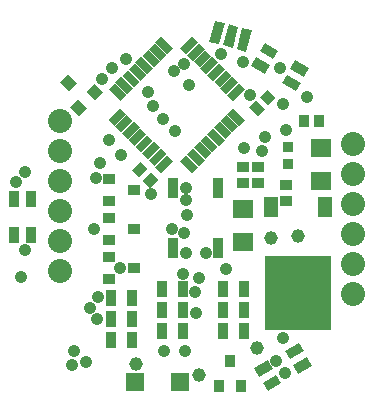
<source format=gts>
G75*
G70*
%OFA0B0*%
%FSLAX24Y24*%
%IPPOS*%
%LPD*%
%AMOC8*
5,1,8,0,0,1.08239X$1,22.5*
%
%ADD10C,0.0800*%
%ADD11R,0.0414X0.0336*%
%ADD12R,0.0360X0.0660*%
%ADD13R,0.0336X0.0414*%
%ADD14R,0.0336X0.0729*%
%ADD15R,0.0560X0.0280*%
%ADD16R,0.0280X0.0560*%
%ADD17R,0.0336X0.0532*%
%ADD18R,0.2186X0.2501*%
%ADD19R,0.0454X0.0690*%
%ADD20R,0.0690X0.0611*%
%ADD21R,0.0375X0.0375*%
%ADD22R,0.0375X0.0532*%
%ADD23R,0.0375X0.0414*%
%ADD24R,0.0611X0.0611*%
%ADD25R,0.0414X0.0375*%
%ADD26C,0.0417*%
%ADD27C,0.0456*%
D10*
X003059Y005809D03*
X003059Y006809D03*
X003059Y007809D03*
X003059Y008809D03*
X003059Y009809D03*
X003059Y010809D03*
X012834Y010034D03*
X012834Y009034D03*
X012834Y008034D03*
X012834Y007034D03*
X012834Y006034D03*
X012834Y005034D03*
D11*
X010609Y008153D03*
X010609Y008665D03*
X009659Y008753D03*
X009159Y008753D03*
X009159Y009265D03*
X009659Y009265D03*
D12*
X008333Y008583D03*
X006833Y008583D03*
X006833Y006583D03*
X008333Y006583D03*
D13*
G36*
X006117Y009093D02*
X006355Y008855D01*
X006063Y008563D01*
X005825Y008801D01*
X006117Y009093D01*
G37*
G36*
X005755Y009455D02*
X005993Y009217D01*
X005701Y008925D01*
X005463Y009163D01*
X005755Y009455D01*
G37*
G36*
X009893Y011201D02*
X009655Y010963D01*
X009363Y011255D01*
X009601Y011493D01*
X009893Y011201D01*
G37*
G36*
X010255Y011563D02*
X010017Y011325D01*
X009725Y011617D01*
X009963Y011855D01*
X010255Y011563D01*
G37*
X011203Y010809D03*
X011715Y010809D03*
D14*
G36*
X009283Y013122D02*
X008959Y013209D01*
X009147Y013912D01*
X009471Y013825D01*
X009283Y013122D01*
G37*
G36*
X008827Y013244D02*
X008503Y013331D01*
X008691Y014034D01*
X009015Y013947D01*
X008827Y013244D01*
G37*
G36*
X008371Y013366D02*
X008047Y013453D01*
X008235Y014156D01*
X008559Y014069D01*
X008371Y013366D01*
G37*
D15*
G36*
X007524Y012790D02*
X007918Y013184D01*
X008116Y012986D01*
X007722Y012592D01*
X007524Y012790D01*
G37*
G36*
X007301Y013013D02*
X007695Y013407D01*
X007893Y013209D01*
X007499Y012815D01*
X007301Y013013D01*
G37*
G36*
X007079Y013236D02*
X007473Y013630D01*
X007671Y013432D01*
X007277Y013038D01*
X007079Y013236D01*
G37*
G36*
X007747Y012567D02*
X008141Y012961D01*
X008339Y012763D01*
X007945Y012369D01*
X007747Y012567D01*
G37*
G36*
X007969Y012345D02*
X008363Y012739D01*
X008561Y012541D01*
X008167Y012147D01*
X007969Y012345D01*
G37*
G36*
X008192Y012122D02*
X008586Y012516D01*
X008784Y012318D01*
X008390Y011924D01*
X008192Y012122D01*
G37*
G36*
X008415Y011899D02*
X008809Y012293D01*
X009007Y012095D01*
X008613Y011701D01*
X008415Y011899D01*
G37*
G36*
X008638Y011677D02*
X009032Y012071D01*
X009230Y011873D01*
X008836Y011479D01*
X008638Y011677D01*
G37*
G36*
X006247Y009287D02*
X006641Y009681D01*
X006839Y009483D01*
X006445Y009089D01*
X006247Y009287D01*
G37*
G36*
X006025Y009509D02*
X006419Y009903D01*
X006617Y009705D01*
X006223Y009311D01*
X006025Y009509D01*
G37*
G36*
X005802Y009732D02*
X006196Y010126D01*
X006394Y009928D01*
X006000Y009534D01*
X005802Y009732D01*
G37*
G36*
X005579Y009955D02*
X005973Y010349D01*
X006171Y010151D01*
X005777Y009757D01*
X005579Y009955D01*
G37*
G36*
X005357Y010177D02*
X005751Y010571D01*
X005949Y010373D01*
X005555Y009979D01*
X005357Y010177D01*
G37*
G36*
X005134Y010400D02*
X005528Y010794D01*
X005726Y010596D01*
X005332Y010202D01*
X005134Y010400D01*
G37*
G36*
X004911Y010623D02*
X005305Y011017D01*
X005503Y010819D01*
X005109Y010425D01*
X004911Y010623D01*
G37*
G36*
X004689Y010845D02*
X005083Y011239D01*
X005281Y011041D01*
X004887Y010647D01*
X004689Y010845D01*
G37*
D16*
G36*
X004689Y011873D02*
X004887Y012071D01*
X005281Y011677D01*
X005083Y011479D01*
X004689Y011873D01*
G37*
G36*
X004911Y012095D02*
X005109Y012293D01*
X005503Y011899D01*
X005305Y011701D01*
X004911Y012095D01*
G37*
G36*
X005134Y012318D02*
X005332Y012516D01*
X005726Y012122D01*
X005528Y011924D01*
X005134Y012318D01*
G37*
G36*
X005357Y012541D02*
X005555Y012739D01*
X005949Y012345D01*
X005751Y012147D01*
X005357Y012541D01*
G37*
G36*
X005579Y012763D02*
X005777Y012961D01*
X006171Y012567D01*
X005973Y012369D01*
X005579Y012763D01*
G37*
G36*
X005802Y012986D02*
X006000Y013184D01*
X006394Y012790D01*
X006196Y012592D01*
X005802Y012986D01*
G37*
G36*
X006025Y013209D02*
X006223Y013407D01*
X006617Y013013D01*
X006419Y012815D01*
X006025Y013209D01*
G37*
G36*
X006247Y013432D02*
X006445Y013630D01*
X006839Y013236D01*
X006641Y013038D01*
X006247Y013432D01*
G37*
G36*
X008638Y011041D02*
X008836Y011239D01*
X009230Y010845D01*
X009032Y010647D01*
X008638Y011041D01*
G37*
G36*
X008415Y010819D02*
X008613Y011017D01*
X009007Y010623D01*
X008809Y010425D01*
X008415Y010819D01*
G37*
G36*
X008192Y010596D02*
X008390Y010794D01*
X008784Y010400D01*
X008586Y010202D01*
X008192Y010596D01*
G37*
G36*
X007969Y010373D02*
X008167Y010571D01*
X008561Y010177D01*
X008363Y009979D01*
X007969Y010373D01*
G37*
G36*
X007747Y010151D02*
X007945Y010349D01*
X008339Y009955D01*
X008141Y009757D01*
X007747Y010151D01*
G37*
G36*
X007524Y009928D02*
X007722Y010126D01*
X008116Y009732D01*
X007918Y009534D01*
X007524Y009928D01*
G37*
G36*
X007301Y009705D02*
X007499Y009903D01*
X007893Y009509D01*
X007695Y009311D01*
X007301Y009705D01*
G37*
G36*
X007079Y009483D02*
X007277Y009681D01*
X007671Y009287D01*
X007473Y009089D01*
X007079Y009483D01*
G37*
D17*
G36*
X009446Y012654D02*
X009614Y012944D01*
X010074Y012678D01*
X009906Y012388D01*
X009446Y012654D01*
G37*
G36*
X009721Y013131D02*
X009889Y013421D01*
X010349Y013155D01*
X010181Y012865D01*
X009721Y013131D01*
G37*
G36*
X010469Y012063D02*
X010637Y012353D01*
X011097Y012087D01*
X010929Y011797D01*
X010469Y012063D01*
G37*
G36*
X010744Y012540D02*
X010912Y012830D01*
X011372Y012564D01*
X011204Y012274D01*
X010744Y012540D01*
G37*
X002085Y008200D03*
X001533Y008200D03*
X001533Y007018D03*
X002085Y007018D03*
G36*
X009714Y002274D02*
X009546Y002564D01*
X010006Y002830D01*
X010174Y002540D01*
X009714Y002274D01*
G37*
G36*
X009989Y001797D02*
X009821Y002087D01*
X010281Y002353D01*
X010449Y002063D01*
X009989Y001797D01*
G37*
G36*
X011012Y002388D02*
X010844Y002678D01*
X011304Y002944D01*
X011472Y002654D01*
X011012Y002388D01*
G37*
G36*
X010737Y002865D02*
X010569Y003155D01*
X011029Y003421D01*
X011197Y003131D01*
X010737Y002865D01*
G37*
D18*
X011009Y005075D03*
D19*
X010111Y007949D03*
X011907Y007949D03*
D20*
X011759Y008808D03*
X011759Y009910D03*
X009159Y007860D03*
X009159Y006758D03*
D21*
X010659Y009364D03*
X010659Y009954D03*
D22*
X009213Y005209D03*
X008505Y005209D03*
X008505Y004509D03*
X008505Y003809D03*
X009213Y003809D03*
X009213Y004509D03*
X007163Y004509D03*
X007163Y003809D03*
X006455Y003809D03*
X006455Y004509D03*
X006455Y005209D03*
X007163Y005209D03*
X005463Y004909D03*
X005463Y004209D03*
X005463Y003509D03*
X004755Y003509D03*
X004755Y004209D03*
X004755Y004909D03*
D23*
X008363Y001973D03*
X009111Y001973D03*
X008737Y002800D03*
G36*
X003959Y011230D02*
X003695Y010966D01*
X003403Y011258D01*
X003667Y011522D01*
X003959Y011230D01*
G37*
G36*
X004488Y011759D02*
X004224Y011495D01*
X003932Y011787D01*
X004196Y012051D01*
X004488Y011759D01*
G37*
G36*
X003639Y012079D02*
X003375Y011815D01*
X003083Y012107D01*
X003347Y012371D01*
X003639Y012079D01*
G37*
D24*
X005579Y002097D03*
X007075Y002097D03*
D25*
X004715Y005535D03*
X004715Y006283D03*
X004715Y006835D03*
X004715Y007583D03*
X004715Y008135D03*
X004715Y008883D03*
X005542Y008509D03*
X005542Y007209D03*
X005542Y005909D03*
D26*
X003479Y002659D03*
X003939Y002789D03*
X003549Y003139D03*
X004309Y004209D03*
X004059Y004559D03*
X004319Y004929D03*
X005069Y005899D03*
X004209Y007209D03*
X004259Y008909D03*
X004409Y009409D03*
X005109Y009684D03*
X004709Y010159D03*
X006159Y011309D03*
X006009Y011759D03*
X006509Y010859D03*
X006909Y010459D03*
X007359Y012009D03*
X006859Y012459D03*
X007209Y012709D03*
X008449Y013049D03*
X009159Y012759D03*
X009409Y011659D03*
X010409Y012559D03*
X011309Y011609D03*
X010509Y011359D03*
X010609Y010509D03*
X009909Y010259D03*
X009809Y009809D03*
X009209Y009909D03*
X007259Y008559D03*
X007259Y008159D03*
X007309Y007659D03*
X007209Y007059D03*
X006809Y007209D03*
X007259Y006409D03*
X007159Y005699D03*
X007709Y005559D03*
X007579Y005099D03*
X007599Y004409D03*
X007243Y003133D03*
X006543Y003123D03*
X008609Y005859D03*
X007919Y006409D03*
X006109Y008359D03*
X004459Y012209D03*
X004809Y012559D03*
X005259Y012859D03*
X001909Y009109D03*
X001589Y008759D03*
X001909Y006509D03*
X001759Y005609D03*
X010279Y002819D03*
X010569Y002409D03*
X010509Y003559D03*
D27*
X009623Y003253D03*
X007713Y002323D03*
X005603Y002693D03*
X010103Y006893D03*
X011013Y006963D03*
M02*

</source>
